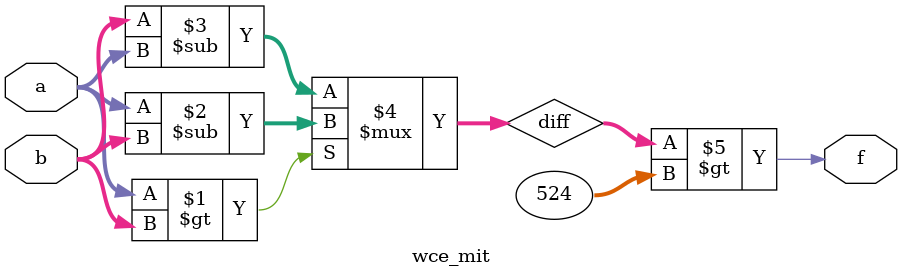
<source format=v>
module wce_mit(a, b, f);
parameter _bit = 16;
parameter wce = 524;
input [_bit - 1: 0] a;
input [_bit - 1: 0] b;
output f;
wire [_bit - 1: 0] diff;
assign diff = (a > b)? (a - b): (b - a);
assign f = (diff > wce);
endmodule

</source>
